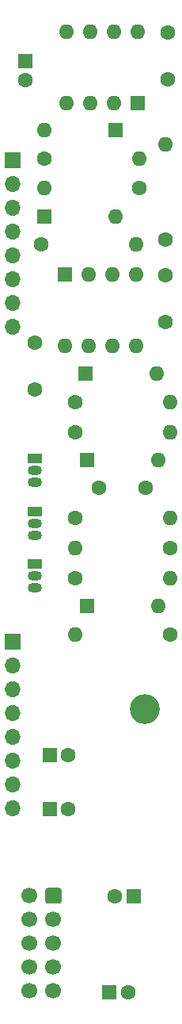
<source format=gbs>
G04 #@! TF.GenerationSoftware,KiCad,Pcbnew,7.0.7-7.0.7~ubuntu22.04.1*
G04 #@! TF.CreationDate,2023-09-25T23:33:37+02:00*
G04 #@! TF.ProjectId,Basic-ADSR,42617369-632d-4414-9453-522e6b696361,rev?*
G04 #@! TF.SameCoordinates,Original*
G04 #@! TF.FileFunction,Soldermask,Bot*
G04 #@! TF.FilePolarity,Negative*
%FSLAX46Y46*%
G04 Gerber Fmt 4.6, Leading zero omitted, Abs format (unit mm)*
G04 Created by KiCad (PCBNEW 7.0.7-7.0.7~ubuntu22.04.1) date 2023-09-25 23:33:37*
%MOMM*%
%LPD*%
G01*
G04 APERTURE LIST*
%ADD10R,1.700000X1.700000*%
%ADD11O,1.700000X1.700000*%
%ADD12C,3.200000*%
%ADD13R,1.600000X1.600000*%
%ADD14O,1.600000X1.600000*%
%ADD15C,1.600000*%
%ADD16R,1.500000X1.050000*%
%ADD17O,1.500000X1.050000*%
%ADD18C,1.700000*%
G04 APERTURE END LIST*
D10*
X30400000Y-100500000D03*
D11*
X30400000Y-103040000D03*
X30400000Y-105580000D03*
X30400000Y-108120000D03*
X30400000Y-110660000D03*
X30400000Y-113200000D03*
X30400000Y-115740000D03*
X30400000Y-118280000D03*
D12*
X44600000Y-107700000D03*
D10*
X30400000Y-49100000D03*
D11*
X30400000Y-51640000D03*
X30400000Y-54180000D03*
X30400000Y-56720000D03*
X30400000Y-59260000D03*
X30400000Y-61800000D03*
X30400000Y-64340000D03*
X30400000Y-66880000D03*
D13*
X33790000Y-55100000D03*
D14*
X41410000Y-55100000D03*
D15*
X37120000Y-93700000D03*
D14*
X47280000Y-93700000D03*
D15*
X47280000Y-99700000D03*
D14*
X37120000Y-99700000D03*
D15*
X39700000Y-84100000D03*
X44700000Y-84100000D03*
D16*
X32800000Y-92230000D03*
D17*
X32800000Y-93500000D03*
X32800000Y-94770000D03*
D13*
X34400000Y-112600000D03*
D15*
X36400000Y-112600000D03*
X37120000Y-78100000D03*
D14*
X47280000Y-78100000D03*
D13*
X34400000Y-118400000D03*
D15*
X36400000Y-118400000D03*
X32800000Y-68600000D03*
X32800000Y-73600000D03*
X46800000Y-57580000D03*
D14*
X46800000Y-47420000D03*
D15*
X37120000Y-87300000D03*
D14*
X47280000Y-87300000D03*
D16*
X32800000Y-80900000D03*
D17*
X32800000Y-82170000D03*
X32800000Y-83440000D03*
D15*
X43960000Y-52100000D03*
D14*
X33800000Y-52100000D03*
D13*
X38390000Y-81100000D03*
D14*
X46010000Y-81100000D03*
D15*
X33520000Y-58100000D03*
D14*
X43680000Y-58100000D03*
G36*
G01*
X35650000Y-127020000D02*
X35650000Y-128220000D01*
G75*
G02*
X35400000Y-128470000I-250000J0D01*
G01*
X34200000Y-128470000D01*
G75*
G02*
X33950000Y-128220000I0J250000D01*
G01*
X33950000Y-127020000D01*
G75*
G02*
X34200000Y-126770000I250000J0D01*
G01*
X35400000Y-126770000D01*
G75*
G02*
X35650000Y-127020000I0J-250000D01*
G01*
G37*
D18*
X32260000Y-127620000D03*
X34800000Y-130160000D03*
X32260000Y-130160000D03*
X34800000Y-132700000D03*
X32260000Y-132700000D03*
X34800000Y-135240000D03*
X32260000Y-135240000D03*
X34800000Y-137780000D03*
X32260000Y-137780000D03*
D15*
X47280000Y-90500000D03*
D14*
X37120000Y-90500000D03*
D13*
X38390000Y-96700000D03*
D14*
X46010000Y-96700000D03*
D13*
X43800000Y-43020000D03*
D14*
X41260000Y-43020000D03*
X38720000Y-43020000D03*
X36180000Y-43020000D03*
X36180000Y-35400000D03*
X38720000Y-35400000D03*
X41260000Y-35400000D03*
X43800000Y-35400000D03*
D13*
X41420000Y-45900000D03*
D14*
X33800000Y-45900000D03*
D15*
X33800000Y-48900000D03*
D14*
X43960000Y-48900000D03*
D16*
X32800000Y-86630000D03*
D17*
X32800000Y-87900000D03*
X32800000Y-89170000D03*
D15*
X47000000Y-35500000D03*
X47000000Y-40500000D03*
X37120000Y-74900000D03*
D14*
X47280000Y-74900000D03*
D13*
X31800000Y-38544888D03*
D15*
X31800000Y-40544888D03*
D13*
X38190000Y-71900000D03*
D14*
X45810000Y-71900000D03*
D13*
X40800000Y-137900000D03*
D15*
X42800000Y-137900000D03*
X46800000Y-66400000D03*
X46800000Y-61400000D03*
D13*
X43400000Y-127700000D03*
D15*
X41400000Y-127700000D03*
D13*
X36000000Y-61300000D03*
D14*
X38540000Y-61300000D03*
X41080000Y-61300000D03*
X43620000Y-61300000D03*
X43620000Y-68920000D03*
X41080000Y-68920000D03*
X38540000Y-68920000D03*
X36000000Y-68920000D03*
M02*

</source>
